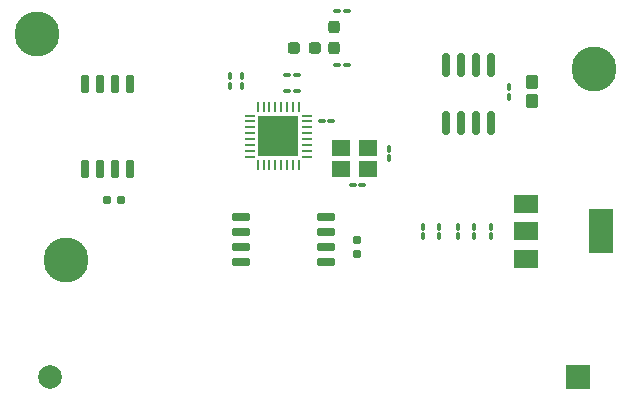
<source format=gbr>
%TF.GenerationSoftware,KiCad,Pcbnew,7.0.2*%
%TF.CreationDate,2023-05-16T00:14:24-03:00*%
%TF.ProjectId,fullWirelessComTractian,66756c6c-5769-4726-956c-657373436f6d,rev?*%
%TF.SameCoordinates,Original*%
%TF.FileFunction,Soldermask,Top*%
%TF.FilePolarity,Negative*%
%FSLAX46Y46*%
G04 Gerber Fmt 4.6, Leading zero omitted, Abs format (unit mm)*
G04 Created by KiCad (PCBNEW 7.0.2) date 2023-05-16 00:14:24*
%MOMM*%
%LPD*%
G01*
G04 APERTURE LIST*
G04 Aperture macros list*
%AMRoundRect*
0 Rectangle with rounded corners*
0 $1 Rounding radius*
0 $2 $3 $4 $5 $6 $7 $8 $9 X,Y pos of 4 corners*
0 Add a 4 corners polygon primitive as box body*
4,1,4,$2,$3,$4,$5,$6,$7,$8,$9,$2,$3,0*
0 Add four circle primitives for the rounded corners*
1,1,$1+$1,$2,$3*
1,1,$1+$1,$4,$5*
1,1,$1+$1,$6,$7*
1,1,$1+$1,$8,$9*
0 Add four rect primitives between the rounded corners*
20,1,$1+$1,$2,$3,$4,$5,0*
20,1,$1+$1,$4,$5,$6,$7,0*
20,1,$1+$1,$6,$7,$8,$9,0*
20,1,$1+$1,$8,$9,$2,$3,0*%
G04 Aperture macros list end*
%ADD10RoundRect,0.237500X-0.237500X0.287500X-0.237500X-0.287500X0.237500X-0.287500X0.237500X0.287500X0*%
%ADD11RoundRect,0.100000X0.100000X-0.217500X0.100000X0.217500X-0.100000X0.217500X-0.100000X-0.217500X0*%
%ADD12RoundRect,0.160000X-0.160000X0.197500X-0.160000X-0.197500X0.160000X-0.197500X0.160000X0.197500X0*%
%ADD13RoundRect,0.062500X-0.062500X0.375000X-0.062500X-0.375000X0.062500X-0.375000X0.062500X0.375000X0*%
%ADD14RoundRect,0.062500X-0.375000X0.062500X-0.375000X-0.062500X0.375000X-0.062500X0.375000X0.062500X0*%
%ADD15R,3.450000X3.450000*%
%ADD16RoundRect,0.100000X0.217500X0.100000X-0.217500X0.100000X-0.217500X-0.100000X0.217500X-0.100000X0*%
%ADD17RoundRect,0.100000X-0.217500X-0.100000X0.217500X-0.100000X0.217500X0.100000X-0.217500X0.100000X0*%
%ADD18RoundRect,0.150000X-0.650000X-0.150000X0.650000X-0.150000X0.650000X0.150000X-0.650000X0.150000X0*%
%ADD19C,3.800000*%
%ADD20RoundRect,0.160000X0.197500X0.160000X-0.197500X0.160000X-0.197500X-0.160000X0.197500X-0.160000X0*%
%ADD21R,2.000000X1.500000*%
%ADD22R,2.000000X3.800000*%
%ADD23RoundRect,0.150000X-0.150000X0.650000X-0.150000X-0.650000X0.150000X-0.650000X0.150000X0.650000X0*%
%ADD24RoundRect,0.250000X0.275000X-0.375000X0.275000X0.375000X-0.275000X0.375000X-0.275000X-0.375000X0*%
%ADD25RoundRect,0.237500X-0.287500X-0.237500X0.287500X-0.237500X0.287500X0.237500X-0.287500X0.237500X0*%
%ADD26RoundRect,0.100000X-0.100000X0.217500X-0.100000X-0.217500X0.100000X-0.217500X0.100000X0.217500X0*%
%ADD27RoundRect,0.150000X0.150000X-0.825000X0.150000X0.825000X-0.150000X0.825000X-0.150000X-0.825000X0*%
%ADD28R,1.650000X1.350000*%
%ADD29R,2.000000X2.000000*%
%ADD30C,2.000000*%
G04 APERTURE END LIST*
D10*
%TO.C,L2*%
X156500000Y-95614000D03*
X156500000Y-97364000D03*
%TD*%
D11*
%TO.C,R6*%
X147670000Y-100607500D03*
X147670000Y-99792500D03*
%TD*%
D12*
%TO.C,R4*%
X158420000Y-113642500D03*
X158420000Y-114837500D03*
%TD*%
D13*
%TO.C,U1*%
X153540000Y-102432500D03*
X153040000Y-102432500D03*
X152540000Y-102432500D03*
X152040000Y-102432500D03*
X151540000Y-102432500D03*
X151040000Y-102432500D03*
X150540000Y-102432500D03*
X150040000Y-102432500D03*
D14*
X149352500Y-103120000D03*
X149352500Y-103620000D03*
X149352500Y-104120000D03*
X149352500Y-104620000D03*
X149352500Y-105120000D03*
X149352500Y-105620000D03*
X149352500Y-106120000D03*
X149352500Y-106620000D03*
D13*
X150040000Y-107307500D03*
X150540000Y-107307500D03*
X151040000Y-107307500D03*
X151540000Y-107307500D03*
X152040000Y-107307500D03*
X152540000Y-107307500D03*
X153040000Y-107307500D03*
X153540000Y-107307500D03*
D14*
X154227500Y-106620000D03*
X154227500Y-106120000D03*
X154227500Y-105620000D03*
X154227500Y-105120000D03*
X154227500Y-104620000D03*
X154227500Y-104120000D03*
X154227500Y-103620000D03*
X154227500Y-103120000D03*
D15*
X151790000Y-104870000D03*
%TD*%
D11*
%TO.C,C7*%
X165380000Y-113345000D03*
X165380000Y-112530000D03*
%TD*%
D16*
%TO.C,C8*%
X153357500Y-99700000D03*
X152542500Y-99700000D03*
%TD*%
D11*
%TO.C,C9*%
X168380000Y-113337500D03*
X168380000Y-112522500D03*
%TD*%
D17*
%TO.C,C12*%
X156792500Y-94306500D03*
X157607500Y-94306500D03*
%TD*%
%TO.C,C13*%
X156800000Y-98814000D03*
X157615000Y-98814000D03*
%TD*%
%TO.C,R2*%
X155470000Y-103610000D03*
X156285000Y-103610000D03*
%TD*%
D18*
%TO.C,U4*%
X148630000Y-111735000D03*
X148630000Y-113005000D03*
X148630000Y-114275000D03*
X148630000Y-115545000D03*
X155830000Y-115545000D03*
X155830000Y-114275000D03*
X155830000Y-113005000D03*
X155830000Y-111735000D03*
%TD*%
D11*
%TO.C,C6*%
X164080000Y-113345000D03*
X164080000Y-112530000D03*
%TD*%
D19*
%TO.C,REF\u002A\u002A*%
X178490000Y-99180000D03*
%TD*%
D17*
%TO.C,C4*%
X158072500Y-109010000D03*
X158887500Y-109010000D03*
%TD*%
D11*
%TO.C,R3*%
X166980000Y-113337500D03*
X166980000Y-112522500D03*
%TD*%
D20*
%TO.C,R1*%
X138452500Y-110240000D03*
X137257500Y-110240000D03*
%TD*%
D19*
%TO.C,REF\u002A\u002A*%
X131400000Y-96210000D03*
%TD*%
D11*
%TO.C,C10*%
X169780000Y-113337500D03*
X169780000Y-112522500D03*
%TD*%
D21*
%TO.C,U5*%
X172780000Y-110630000D03*
X172780000Y-112930000D03*
D22*
X179080000Y-112930000D03*
D21*
X172780000Y-115230000D03*
%TD*%
D16*
%TO.C,C5*%
X153357500Y-101000000D03*
X152542500Y-101000000D03*
%TD*%
D23*
%TO.C,U2*%
X139210000Y-100440000D03*
X137940000Y-100440000D03*
X136670000Y-100440000D03*
X135400000Y-100440000D03*
X135400000Y-107640000D03*
X136670000Y-107640000D03*
X137940000Y-107640000D03*
X139210000Y-107640000D03*
%TD*%
D24*
%TO.C,C2*%
X173270000Y-101880000D03*
X173270000Y-100280000D03*
%TD*%
D25*
%TO.C,L1*%
X153135000Y-97420000D03*
X154885000Y-97420000D03*
%TD*%
D19*
%TO.C,REF\u002A\u002A*%
X133790000Y-115350000D03*
%TD*%
D26*
%TO.C,C11*%
X161190000Y-105932500D03*
X161190000Y-106747500D03*
%TD*%
D11*
%TO.C,C1*%
X171330000Y-101527500D03*
X171330000Y-100712500D03*
%TD*%
D27*
%TO.C,U6*%
X166005000Y-103775000D03*
X167275000Y-103775000D03*
X168545000Y-103775000D03*
X169815000Y-103775000D03*
X169815000Y-98825000D03*
X168545000Y-98825000D03*
X167275000Y-98825000D03*
X166005000Y-98825000D03*
%TD*%
D28*
%TO.C,Y2*%
X159365000Y-105865000D03*
X157115000Y-105865000D03*
X157115000Y-107615000D03*
X159365000Y-107615000D03*
%TD*%
D29*
%TO.C,BT1*%
X177180000Y-125230000D03*
D30*
X132480000Y-125230000D03*
%TD*%
D26*
%TO.C,R5*%
X148690000Y-99812500D03*
X148690000Y-100627500D03*
%TD*%
M02*

</source>
